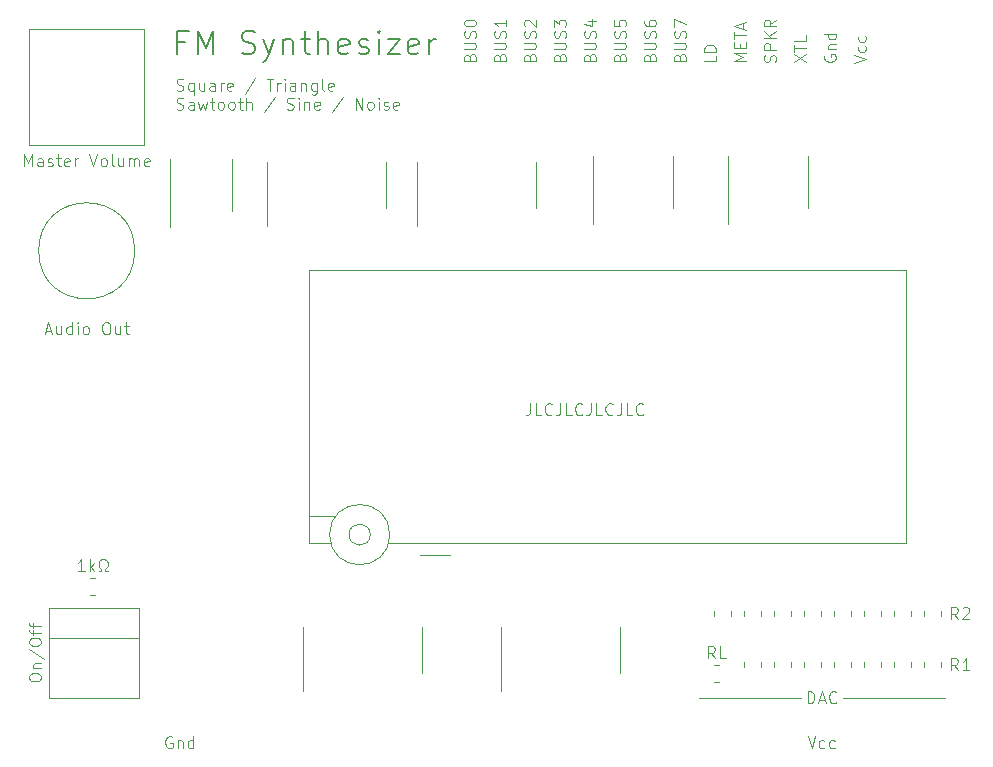
<source format=gbr>
%TF.GenerationSoftware,KiCad,Pcbnew,(5.1.10-1-10_14)*%
%TF.CreationDate,2021-11-12T08:41:43-05:00*%
%TF.ProjectId,audio,61756469-6f2e-46b6-9963-61645f706362,rev?*%
%TF.SameCoordinates,Original*%
%TF.FileFunction,Legend,Top*%
%TF.FilePolarity,Positive*%
%FSLAX46Y46*%
G04 Gerber Fmt 4.6, Leading zero omitted, Abs format (unit mm)*
G04 Created by KiCad (PCBNEW (5.1.10-1-10_14)) date 2021-11-12 08:41:43*
%MOMM*%
%LPD*%
G01*
G04 APERTURE LIST*
%ADD10C,0.100000*%
%ADD11C,0.120000*%
%ADD12C,0.150000*%
G04 APERTURE END LIST*
D10*
X181054952Y-66508380D02*
X181054952Y-67222666D01*
X181007333Y-67365523D01*
X180912095Y-67460761D01*
X180769238Y-67508380D01*
X180674000Y-67508380D01*
X182007333Y-67508380D02*
X181531142Y-67508380D01*
X181531142Y-66508380D01*
X182912095Y-67413142D02*
X182864476Y-67460761D01*
X182721619Y-67508380D01*
X182626380Y-67508380D01*
X182483523Y-67460761D01*
X182388285Y-67365523D01*
X182340666Y-67270285D01*
X182293047Y-67079809D01*
X182293047Y-66936952D01*
X182340666Y-66746476D01*
X182388285Y-66651238D01*
X182483523Y-66556000D01*
X182626380Y-66508380D01*
X182721619Y-66508380D01*
X182864476Y-66556000D01*
X182912095Y-66603619D01*
X183626380Y-66508380D02*
X183626380Y-67222666D01*
X183578761Y-67365523D01*
X183483523Y-67460761D01*
X183340666Y-67508380D01*
X183245428Y-67508380D01*
X184578761Y-67508380D02*
X184102571Y-67508380D01*
X184102571Y-66508380D01*
X185483523Y-67413142D02*
X185435904Y-67460761D01*
X185293047Y-67508380D01*
X185197809Y-67508380D01*
X185054952Y-67460761D01*
X184959714Y-67365523D01*
X184912095Y-67270285D01*
X184864476Y-67079809D01*
X184864476Y-66936952D01*
X184912095Y-66746476D01*
X184959714Y-66651238D01*
X185054952Y-66556000D01*
X185197809Y-66508380D01*
X185293047Y-66508380D01*
X185435904Y-66556000D01*
X185483523Y-66603619D01*
X186197809Y-66508380D02*
X186197809Y-67222666D01*
X186150190Y-67365523D01*
X186054952Y-67460761D01*
X185912095Y-67508380D01*
X185816857Y-67508380D01*
X187150190Y-67508380D02*
X186674000Y-67508380D01*
X186674000Y-66508380D01*
X188054952Y-67413142D02*
X188007333Y-67460761D01*
X187864476Y-67508380D01*
X187769238Y-67508380D01*
X187626380Y-67460761D01*
X187531142Y-67365523D01*
X187483523Y-67270285D01*
X187435904Y-67079809D01*
X187435904Y-66936952D01*
X187483523Y-66746476D01*
X187531142Y-66651238D01*
X187626380Y-66556000D01*
X187769238Y-66508380D01*
X187864476Y-66508380D01*
X188007333Y-66556000D01*
X188054952Y-66603619D01*
X188769238Y-66508380D02*
X188769238Y-67222666D01*
X188721619Y-67365523D01*
X188626380Y-67460761D01*
X188483523Y-67508380D01*
X188388285Y-67508380D01*
X189721619Y-67508380D02*
X189245428Y-67508380D01*
X189245428Y-66508380D01*
X190626380Y-67413142D02*
X190578761Y-67460761D01*
X190435904Y-67508380D01*
X190340666Y-67508380D01*
X190197809Y-67460761D01*
X190102571Y-67365523D01*
X190054952Y-67270285D01*
X190007333Y-67079809D01*
X190007333Y-66936952D01*
X190054952Y-66746476D01*
X190102571Y-66651238D01*
X190197809Y-66556000D01*
X190340666Y-66508380D01*
X190435904Y-66508380D01*
X190578761Y-66556000D01*
X190626380Y-66603619D01*
X204549523Y-94702380D02*
X204882857Y-95702380D01*
X205216190Y-94702380D01*
X205978095Y-95654761D02*
X205882857Y-95702380D01*
X205692380Y-95702380D01*
X205597142Y-95654761D01*
X205549523Y-95607142D01*
X205501904Y-95511904D01*
X205501904Y-95226190D01*
X205549523Y-95130952D01*
X205597142Y-95083333D01*
X205692380Y-95035714D01*
X205882857Y-95035714D01*
X205978095Y-95083333D01*
X206835238Y-95654761D02*
X206740000Y-95702380D01*
X206549523Y-95702380D01*
X206454285Y-95654761D01*
X206406666Y-95607142D01*
X206359047Y-95511904D01*
X206359047Y-95226190D01*
X206406666Y-95130952D01*
X206454285Y-95083333D01*
X206549523Y-95035714D01*
X206740000Y-95035714D01*
X206835238Y-95083333D01*
X150741142Y-94750000D02*
X150645904Y-94702380D01*
X150503047Y-94702380D01*
X150360190Y-94750000D01*
X150264952Y-94845238D01*
X150217333Y-94940476D01*
X150169714Y-95130952D01*
X150169714Y-95273809D01*
X150217333Y-95464285D01*
X150264952Y-95559523D01*
X150360190Y-95654761D01*
X150503047Y-95702380D01*
X150598285Y-95702380D01*
X150741142Y-95654761D01*
X150788761Y-95607142D01*
X150788761Y-95273809D01*
X150598285Y-95273809D01*
X151217333Y-95035714D02*
X151217333Y-95702380D01*
X151217333Y-95130952D02*
X151264952Y-95083333D01*
X151360190Y-95035714D01*
X151503047Y-95035714D01*
X151598285Y-95083333D01*
X151645904Y-95178571D01*
X151645904Y-95702380D01*
X152550666Y-95702380D02*
X152550666Y-94702380D01*
X152550666Y-95654761D02*
X152455428Y-95702380D01*
X152264952Y-95702380D01*
X152169714Y-95654761D01*
X152122095Y-95607142D01*
X152074476Y-95511904D01*
X152074476Y-95226190D01*
X152122095Y-95130952D01*
X152169714Y-95083333D01*
X152264952Y-95035714D01*
X152455428Y-95035714D01*
X152550666Y-95083333D01*
D11*
X216154000Y-91440000D02*
X207518000Y-91440000D01*
X203962000Y-91440000D02*
X195326000Y-91440000D01*
D10*
X196708523Y-88082380D02*
X196375190Y-87606190D01*
X196137095Y-88082380D02*
X196137095Y-87082380D01*
X196518047Y-87082380D01*
X196613285Y-87130000D01*
X196660904Y-87177619D01*
X196708523Y-87272857D01*
X196708523Y-87415714D01*
X196660904Y-87510952D01*
X196613285Y-87558571D01*
X196518047Y-87606190D01*
X196137095Y-87606190D01*
X197613285Y-88082380D02*
X197137095Y-88082380D01*
X197137095Y-87082380D01*
X143327523Y-80716380D02*
X142756095Y-80716380D01*
X143041809Y-80716380D02*
X143041809Y-79716380D01*
X142946571Y-79859238D01*
X142851333Y-79954476D01*
X142756095Y-80002095D01*
X143756095Y-80716380D02*
X143756095Y-79716380D01*
X143851333Y-80335428D02*
X144137047Y-80716380D01*
X144137047Y-80049714D02*
X143756095Y-80430666D01*
X144518000Y-80716380D02*
X144756095Y-80716380D01*
X144756095Y-80525904D01*
X144660857Y-80478285D01*
X144565619Y-80383047D01*
X144518000Y-80240190D01*
X144518000Y-80002095D01*
X144565619Y-79859238D01*
X144660857Y-79764000D01*
X144803714Y-79716380D01*
X144994190Y-79716380D01*
X145137047Y-79764000D01*
X145232285Y-79859238D01*
X145279904Y-80002095D01*
X145279904Y-80240190D01*
X145232285Y-80383047D01*
X145137047Y-80478285D01*
X145041809Y-80525904D01*
X145041809Y-80716380D01*
X145279904Y-80716380D01*
X151131476Y-39990761D02*
X151274333Y-40038380D01*
X151512428Y-40038380D01*
X151607666Y-39990761D01*
X151655285Y-39943142D01*
X151702904Y-39847904D01*
X151702904Y-39752666D01*
X151655285Y-39657428D01*
X151607666Y-39609809D01*
X151512428Y-39562190D01*
X151321952Y-39514571D01*
X151226714Y-39466952D01*
X151179095Y-39419333D01*
X151131476Y-39324095D01*
X151131476Y-39228857D01*
X151179095Y-39133619D01*
X151226714Y-39086000D01*
X151321952Y-39038380D01*
X151560047Y-39038380D01*
X151702904Y-39086000D01*
X152560047Y-39371714D02*
X152560047Y-40371714D01*
X152560047Y-39990761D02*
X152464809Y-40038380D01*
X152274333Y-40038380D01*
X152179095Y-39990761D01*
X152131476Y-39943142D01*
X152083857Y-39847904D01*
X152083857Y-39562190D01*
X152131476Y-39466952D01*
X152179095Y-39419333D01*
X152274333Y-39371714D01*
X152464809Y-39371714D01*
X152560047Y-39419333D01*
X153464809Y-39371714D02*
X153464809Y-40038380D01*
X153036238Y-39371714D02*
X153036238Y-39895523D01*
X153083857Y-39990761D01*
X153179095Y-40038380D01*
X153321952Y-40038380D01*
X153417190Y-39990761D01*
X153464809Y-39943142D01*
X154369571Y-40038380D02*
X154369571Y-39514571D01*
X154321952Y-39419333D01*
X154226714Y-39371714D01*
X154036238Y-39371714D01*
X153941000Y-39419333D01*
X154369571Y-39990761D02*
X154274333Y-40038380D01*
X154036238Y-40038380D01*
X153941000Y-39990761D01*
X153893380Y-39895523D01*
X153893380Y-39800285D01*
X153941000Y-39705047D01*
X154036238Y-39657428D01*
X154274333Y-39657428D01*
X154369571Y-39609809D01*
X154845761Y-40038380D02*
X154845761Y-39371714D01*
X154845761Y-39562190D02*
X154893380Y-39466952D01*
X154941000Y-39419333D01*
X155036238Y-39371714D01*
X155131476Y-39371714D01*
X155845761Y-39990761D02*
X155750523Y-40038380D01*
X155560047Y-40038380D01*
X155464809Y-39990761D01*
X155417190Y-39895523D01*
X155417190Y-39514571D01*
X155464809Y-39419333D01*
X155560047Y-39371714D01*
X155750523Y-39371714D01*
X155845761Y-39419333D01*
X155893380Y-39514571D01*
X155893380Y-39609809D01*
X155417190Y-39705047D01*
X157798142Y-38990761D02*
X156941000Y-40276476D01*
X158750523Y-39038380D02*
X159321952Y-39038380D01*
X159036238Y-40038380D02*
X159036238Y-39038380D01*
X159655285Y-40038380D02*
X159655285Y-39371714D01*
X159655285Y-39562190D02*
X159702904Y-39466952D01*
X159750523Y-39419333D01*
X159845761Y-39371714D01*
X159941000Y-39371714D01*
X160274333Y-40038380D02*
X160274333Y-39371714D01*
X160274333Y-39038380D02*
X160226714Y-39086000D01*
X160274333Y-39133619D01*
X160321952Y-39086000D01*
X160274333Y-39038380D01*
X160274333Y-39133619D01*
X161179095Y-40038380D02*
X161179095Y-39514571D01*
X161131476Y-39419333D01*
X161036238Y-39371714D01*
X160845761Y-39371714D01*
X160750523Y-39419333D01*
X161179095Y-39990761D02*
X161083857Y-40038380D01*
X160845761Y-40038380D01*
X160750523Y-39990761D01*
X160702904Y-39895523D01*
X160702904Y-39800285D01*
X160750523Y-39705047D01*
X160845761Y-39657428D01*
X161083857Y-39657428D01*
X161179095Y-39609809D01*
X161655285Y-39371714D02*
X161655285Y-40038380D01*
X161655285Y-39466952D02*
X161702904Y-39419333D01*
X161798142Y-39371714D01*
X161941000Y-39371714D01*
X162036238Y-39419333D01*
X162083857Y-39514571D01*
X162083857Y-40038380D01*
X162988619Y-39371714D02*
X162988619Y-40181238D01*
X162941000Y-40276476D01*
X162893380Y-40324095D01*
X162798142Y-40371714D01*
X162655285Y-40371714D01*
X162560047Y-40324095D01*
X162988619Y-39990761D02*
X162893380Y-40038380D01*
X162702904Y-40038380D01*
X162607666Y-39990761D01*
X162560047Y-39943142D01*
X162512428Y-39847904D01*
X162512428Y-39562190D01*
X162560047Y-39466952D01*
X162607666Y-39419333D01*
X162702904Y-39371714D01*
X162893380Y-39371714D01*
X162988619Y-39419333D01*
X163607666Y-40038380D02*
X163512428Y-39990761D01*
X163464809Y-39895523D01*
X163464809Y-39038380D01*
X164369571Y-39990761D02*
X164274333Y-40038380D01*
X164083857Y-40038380D01*
X163988619Y-39990761D01*
X163941000Y-39895523D01*
X163941000Y-39514571D01*
X163988619Y-39419333D01*
X164083857Y-39371714D01*
X164274333Y-39371714D01*
X164369571Y-39419333D01*
X164417190Y-39514571D01*
X164417190Y-39609809D01*
X163941000Y-39705047D01*
X151131476Y-41590761D02*
X151274333Y-41638380D01*
X151512428Y-41638380D01*
X151607666Y-41590761D01*
X151655285Y-41543142D01*
X151702904Y-41447904D01*
X151702904Y-41352666D01*
X151655285Y-41257428D01*
X151607666Y-41209809D01*
X151512428Y-41162190D01*
X151321952Y-41114571D01*
X151226714Y-41066952D01*
X151179095Y-41019333D01*
X151131476Y-40924095D01*
X151131476Y-40828857D01*
X151179095Y-40733619D01*
X151226714Y-40686000D01*
X151321952Y-40638380D01*
X151560047Y-40638380D01*
X151702904Y-40686000D01*
X152560047Y-41638380D02*
X152560047Y-41114571D01*
X152512428Y-41019333D01*
X152417190Y-40971714D01*
X152226714Y-40971714D01*
X152131476Y-41019333D01*
X152560047Y-41590761D02*
X152464809Y-41638380D01*
X152226714Y-41638380D01*
X152131476Y-41590761D01*
X152083857Y-41495523D01*
X152083857Y-41400285D01*
X152131476Y-41305047D01*
X152226714Y-41257428D01*
X152464809Y-41257428D01*
X152560047Y-41209809D01*
X152941000Y-40971714D02*
X153131476Y-41638380D01*
X153321952Y-41162190D01*
X153512428Y-41638380D01*
X153702904Y-40971714D01*
X153941000Y-40971714D02*
X154321952Y-40971714D01*
X154083857Y-40638380D02*
X154083857Y-41495523D01*
X154131476Y-41590761D01*
X154226714Y-41638380D01*
X154321952Y-41638380D01*
X154798142Y-41638380D02*
X154702904Y-41590761D01*
X154655285Y-41543142D01*
X154607666Y-41447904D01*
X154607666Y-41162190D01*
X154655285Y-41066952D01*
X154702904Y-41019333D01*
X154798142Y-40971714D01*
X154941000Y-40971714D01*
X155036238Y-41019333D01*
X155083857Y-41066952D01*
X155131476Y-41162190D01*
X155131476Y-41447904D01*
X155083857Y-41543142D01*
X155036238Y-41590761D01*
X154941000Y-41638380D01*
X154798142Y-41638380D01*
X155702904Y-41638380D02*
X155607666Y-41590761D01*
X155560047Y-41543142D01*
X155512428Y-41447904D01*
X155512428Y-41162190D01*
X155560047Y-41066952D01*
X155607666Y-41019333D01*
X155702904Y-40971714D01*
X155845761Y-40971714D01*
X155941000Y-41019333D01*
X155988619Y-41066952D01*
X156036238Y-41162190D01*
X156036238Y-41447904D01*
X155988619Y-41543142D01*
X155941000Y-41590761D01*
X155845761Y-41638380D01*
X155702904Y-41638380D01*
X156321952Y-40971714D02*
X156702904Y-40971714D01*
X156464809Y-40638380D02*
X156464809Y-41495523D01*
X156512428Y-41590761D01*
X156607666Y-41638380D01*
X156702904Y-41638380D01*
X157036238Y-41638380D02*
X157036238Y-40638380D01*
X157464809Y-41638380D02*
X157464809Y-41114571D01*
X157417190Y-41019333D01*
X157321952Y-40971714D01*
X157179095Y-40971714D01*
X157083857Y-41019333D01*
X157036238Y-41066952D01*
X159417190Y-40590761D02*
X158560047Y-41876476D01*
X160464809Y-41590761D02*
X160607666Y-41638380D01*
X160845761Y-41638380D01*
X160941000Y-41590761D01*
X160988619Y-41543142D01*
X161036238Y-41447904D01*
X161036238Y-41352666D01*
X160988619Y-41257428D01*
X160941000Y-41209809D01*
X160845761Y-41162190D01*
X160655285Y-41114571D01*
X160560047Y-41066952D01*
X160512428Y-41019333D01*
X160464809Y-40924095D01*
X160464809Y-40828857D01*
X160512428Y-40733619D01*
X160560047Y-40686000D01*
X160655285Y-40638380D01*
X160893380Y-40638380D01*
X161036238Y-40686000D01*
X161464809Y-41638380D02*
X161464809Y-40971714D01*
X161464809Y-40638380D02*
X161417190Y-40686000D01*
X161464809Y-40733619D01*
X161512428Y-40686000D01*
X161464809Y-40638380D01*
X161464809Y-40733619D01*
X161941000Y-40971714D02*
X161941000Y-41638380D01*
X161941000Y-41066952D02*
X161988619Y-41019333D01*
X162083857Y-40971714D01*
X162226714Y-40971714D01*
X162321952Y-41019333D01*
X162369571Y-41114571D01*
X162369571Y-41638380D01*
X163226714Y-41590761D02*
X163131476Y-41638380D01*
X162941000Y-41638380D01*
X162845761Y-41590761D01*
X162798142Y-41495523D01*
X162798142Y-41114571D01*
X162845761Y-41019333D01*
X162941000Y-40971714D01*
X163131476Y-40971714D01*
X163226714Y-41019333D01*
X163274333Y-41114571D01*
X163274333Y-41209809D01*
X162798142Y-41305047D01*
X165179095Y-40590761D02*
X164321952Y-41876476D01*
X166274333Y-41638380D02*
X166274333Y-40638380D01*
X166845761Y-41638380D01*
X166845761Y-40638380D01*
X167464809Y-41638380D02*
X167369571Y-41590761D01*
X167321952Y-41543142D01*
X167274333Y-41447904D01*
X167274333Y-41162190D01*
X167321952Y-41066952D01*
X167369571Y-41019333D01*
X167464809Y-40971714D01*
X167607666Y-40971714D01*
X167702904Y-41019333D01*
X167750523Y-41066952D01*
X167798142Y-41162190D01*
X167798142Y-41447904D01*
X167750523Y-41543142D01*
X167702904Y-41590761D01*
X167607666Y-41638380D01*
X167464809Y-41638380D01*
X168226714Y-41638380D02*
X168226714Y-40971714D01*
X168226714Y-40638380D02*
X168179095Y-40686000D01*
X168226714Y-40733619D01*
X168274333Y-40686000D01*
X168226714Y-40638380D01*
X168226714Y-40733619D01*
X168655285Y-41590761D02*
X168750523Y-41638380D01*
X168941000Y-41638380D01*
X169036238Y-41590761D01*
X169083857Y-41495523D01*
X169083857Y-41447904D01*
X169036238Y-41352666D01*
X168941000Y-41305047D01*
X168798142Y-41305047D01*
X168702904Y-41257428D01*
X168655285Y-41162190D01*
X168655285Y-41114571D01*
X168702904Y-41019333D01*
X168798142Y-40971714D01*
X168941000Y-40971714D01*
X169036238Y-41019333D01*
X169893380Y-41590761D02*
X169798142Y-41638380D01*
X169607666Y-41638380D01*
X169512428Y-41590761D01*
X169464809Y-41495523D01*
X169464809Y-41114571D01*
X169512428Y-41019333D01*
X169607666Y-40971714D01*
X169798142Y-40971714D01*
X169893380Y-41019333D01*
X169941000Y-41114571D01*
X169941000Y-41209809D01*
X169464809Y-41305047D01*
X208494380Y-37685761D02*
X209494380Y-37352428D01*
X208494380Y-37019095D01*
X209446761Y-36257190D02*
X209494380Y-36352428D01*
X209494380Y-36542904D01*
X209446761Y-36638142D01*
X209399142Y-36685761D01*
X209303904Y-36733380D01*
X209018190Y-36733380D01*
X208922952Y-36685761D01*
X208875333Y-36638142D01*
X208827714Y-36542904D01*
X208827714Y-36352428D01*
X208875333Y-36257190D01*
X209446761Y-35400047D02*
X209494380Y-35495285D01*
X209494380Y-35685761D01*
X209446761Y-35781000D01*
X209399142Y-35828619D01*
X209303904Y-35876238D01*
X209018190Y-35876238D01*
X208922952Y-35828619D01*
X208875333Y-35781000D01*
X208827714Y-35685761D01*
X208827714Y-35495285D01*
X208875333Y-35400047D01*
X206002000Y-37019095D02*
X205954380Y-37114333D01*
X205954380Y-37257190D01*
X206002000Y-37400047D01*
X206097238Y-37495285D01*
X206192476Y-37542904D01*
X206382952Y-37590523D01*
X206525809Y-37590523D01*
X206716285Y-37542904D01*
X206811523Y-37495285D01*
X206906761Y-37400047D01*
X206954380Y-37257190D01*
X206954380Y-37161952D01*
X206906761Y-37019095D01*
X206859142Y-36971476D01*
X206525809Y-36971476D01*
X206525809Y-37161952D01*
X206287714Y-36542904D02*
X206954380Y-36542904D01*
X206382952Y-36542904D02*
X206335333Y-36495285D01*
X206287714Y-36400047D01*
X206287714Y-36257190D01*
X206335333Y-36161952D01*
X206430571Y-36114333D01*
X206954380Y-36114333D01*
X206954380Y-35209571D02*
X205954380Y-35209571D01*
X206906761Y-35209571D02*
X206954380Y-35304809D01*
X206954380Y-35495285D01*
X206906761Y-35590523D01*
X206859142Y-35638142D01*
X206763904Y-35685761D01*
X206478190Y-35685761D01*
X206382952Y-35638142D01*
X206335333Y-35590523D01*
X206287714Y-35495285D01*
X206287714Y-35304809D01*
X206335333Y-35209571D01*
X203414380Y-37638142D02*
X204414380Y-36971476D01*
X203414380Y-36971476D02*
X204414380Y-37638142D01*
X203414380Y-36733380D02*
X203414380Y-36161952D01*
X204414380Y-36447666D02*
X203414380Y-36447666D01*
X204414380Y-35352428D02*
X204414380Y-35828619D01*
X203414380Y-35828619D01*
X201826761Y-37590523D02*
X201874380Y-37447666D01*
X201874380Y-37209571D01*
X201826761Y-37114333D01*
X201779142Y-37066714D01*
X201683904Y-37019095D01*
X201588666Y-37019095D01*
X201493428Y-37066714D01*
X201445809Y-37114333D01*
X201398190Y-37209571D01*
X201350571Y-37400047D01*
X201302952Y-37495285D01*
X201255333Y-37542904D01*
X201160095Y-37590523D01*
X201064857Y-37590523D01*
X200969619Y-37542904D01*
X200922000Y-37495285D01*
X200874380Y-37400047D01*
X200874380Y-37161952D01*
X200922000Y-37019095D01*
X201874380Y-36590523D02*
X200874380Y-36590523D01*
X200874380Y-36209571D01*
X200922000Y-36114333D01*
X200969619Y-36066714D01*
X201064857Y-36019095D01*
X201207714Y-36019095D01*
X201302952Y-36066714D01*
X201350571Y-36114333D01*
X201398190Y-36209571D01*
X201398190Y-36590523D01*
X201874380Y-35590523D02*
X200874380Y-35590523D01*
X201874380Y-35019095D02*
X201302952Y-35447666D01*
X200874380Y-35019095D02*
X201445809Y-35590523D01*
X201874380Y-34019095D02*
X201398190Y-34352428D01*
X201874380Y-34590523D02*
X200874380Y-34590523D01*
X200874380Y-34209571D01*
X200922000Y-34114333D01*
X200969619Y-34066714D01*
X201064857Y-34019095D01*
X201207714Y-34019095D01*
X201302952Y-34066714D01*
X201350571Y-34114333D01*
X201398190Y-34209571D01*
X201398190Y-34590523D01*
X199334380Y-37542904D02*
X198334380Y-37542904D01*
X199048666Y-37209571D01*
X198334380Y-36876238D01*
X199334380Y-36876238D01*
X198810571Y-36400047D02*
X198810571Y-36066714D01*
X199334380Y-35923857D02*
X199334380Y-36400047D01*
X198334380Y-36400047D01*
X198334380Y-35923857D01*
X198334380Y-35638142D02*
X198334380Y-35066714D01*
X199334380Y-35352428D02*
X198334380Y-35352428D01*
X199048666Y-34781000D02*
X199048666Y-34304809D01*
X199334380Y-34876238D02*
X198334380Y-34542904D01*
X199334380Y-34209571D01*
X196794380Y-37066714D02*
X196794380Y-37542904D01*
X195794380Y-37542904D01*
X196794380Y-36733380D02*
X195794380Y-36733380D01*
X195794380Y-36495285D01*
X195842000Y-36352428D01*
X195937238Y-36257190D01*
X196032476Y-36209571D01*
X196222952Y-36161952D01*
X196365809Y-36161952D01*
X196556285Y-36209571D01*
X196651523Y-36257190D01*
X196746761Y-36352428D01*
X196794380Y-36495285D01*
X196794380Y-36733380D01*
X193730571Y-37209571D02*
X193778190Y-37066714D01*
X193825809Y-37019095D01*
X193921047Y-36971476D01*
X194063904Y-36971476D01*
X194159142Y-37019095D01*
X194206761Y-37066714D01*
X194254380Y-37161952D01*
X194254380Y-37542904D01*
X193254380Y-37542904D01*
X193254380Y-37209571D01*
X193302000Y-37114333D01*
X193349619Y-37066714D01*
X193444857Y-37019095D01*
X193540095Y-37019095D01*
X193635333Y-37066714D01*
X193682952Y-37114333D01*
X193730571Y-37209571D01*
X193730571Y-37542904D01*
X193254380Y-36542904D02*
X194063904Y-36542904D01*
X194159142Y-36495285D01*
X194206761Y-36447666D01*
X194254380Y-36352428D01*
X194254380Y-36161952D01*
X194206761Y-36066714D01*
X194159142Y-36019095D01*
X194063904Y-35971476D01*
X193254380Y-35971476D01*
X194206761Y-35542904D02*
X194254380Y-35400047D01*
X194254380Y-35161952D01*
X194206761Y-35066714D01*
X194159142Y-35019095D01*
X194063904Y-34971476D01*
X193968666Y-34971476D01*
X193873428Y-35019095D01*
X193825809Y-35066714D01*
X193778190Y-35161952D01*
X193730571Y-35352428D01*
X193682952Y-35447666D01*
X193635333Y-35495285D01*
X193540095Y-35542904D01*
X193444857Y-35542904D01*
X193349619Y-35495285D01*
X193302000Y-35447666D01*
X193254380Y-35352428D01*
X193254380Y-35114333D01*
X193302000Y-34971476D01*
X193254380Y-34638142D02*
X193254380Y-33971476D01*
X194254380Y-34400047D01*
X191190571Y-37209571D02*
X191238190Y-37066714D01*
X191285809Y-37019095D01*
X191381047Y-36971476D01*
X191523904Y-36971476D01*
X191619142Y-37019095D01*
X191666761Y-37066714D01*
X191714380Y-37161952D01*
X191714380Y-37542904D01*
X190714380Y-37542904D01*
X190714380Y-37209571D01*
X190762000Y-37114333D01*
X190809619Y-37066714D01*
X190904857Y-37019095D01*
X191000095Y-37019095D01*
X191095333Y-37066714D01*
X191142952Y-37114333D01*
X191190571Y-37209571D01*
X191190571Y-37542904D01*
X190714380Y-36542904D02*
X191523904Y-36542904D01*
X191619142Y-36495285D01*
X191666761Y-36447666D01*
X191714380Y-36352428D01*
X191714380Y-36161952D01*
X191666761Y-36066714D01*
X191619142Y-36019095D01*
X191523904Y-35971476D01*
X190714380Y-35971476D01*
X191666761Y-35542904D02*
X191714380Y-35400047D01*
X191714380Y-35161952D01*
X191666761Y-35066714D01*
X191619142Y-35019095D01*
X191523904Y-34971476D01*
X191428666Y-34971476D01*
X191333428Y-35019095D01*
X191285809Y-35066714D01*
X191238190Y-35161952D01*
X191190571Y-35352428D01*
X191142952Y-35447666D01*
X191095333Y-35495285D01*
X191000095Y-35542904D01*
X190904857Y-35542904D01*
X190809619Y-35495285D01*
X190762000Y-35447666D01*
X190714380Y-35352428D01*
X190714380Y-35114333D01*
X190762000Y-34971476D01*
X190714380Y-34114333D02*
X190714380Y-34304809D01*
X190762000Y-34400047D01*
X190809619Y-34447666D01*
X190952476Y-34542904D01*
X191142952Y-34590523D01*
X191523904Y-34590523D01*
X191619142Y-34542904D01*
X191666761Y-34495285D01*
X191714380Y-34400047D01*
X191714380Y-34209571D01*
X191666761Y-34114333D01*
X191619142Y-34066714D01*
X191523904Y-34019095D01*
X191285809Y-34019095D01*
X191190571Y-34066714D01*
X191142952Y-34114333D01*
X191095333Y-34209571D01*
X191095333Y-34400047D01*
X191142952Y-34495285D01*
X191190571Y-34542904D01*
X191285809Y-34590523D01*
X188650571Y-37209571D02*
X188698190Y-37066714D01*
X188745809Y-37019095D01*
X188841047Y-36971476D01*
X188983904Y-36971476D01*
X189079142Y-37019095D01*
X189126761Y-37066714D01*
X189174380Y-37161952D01*
X189174380Y-37542904D01*
X188174380Y-37542904D01*
X188174380Y-37209571D01*
X188222000Y-37114333D01*
X188269619Y-37066714D01*
X188364857Y-37019095D01*
X188460095Y-37019095D01*
X188555333Y-37066714D01*
X188602952Y-37114333D01*
X188650571Y-37209571D01*
X188650571Y-37542904D01*
X188174380Y-36542904D02*
X188983904Y-36542904D01*
X189079142Y-36495285D01*
X189126761Y-36447666D01*
X189174380Y-36352428D01*
X189174380Y-36161952D01*
X189126761Y-36066714D01*
X189079142Y-36019095D01*
X188983904Y-35971476D01*
X188174380Y-35971476D01*
X189126761Y-35542904D02*
X189174380Y-35400047D01*
X189174380Y-35161952D01*
X189126761Y-35066714D01*
X189079142Y-35019095D01*
X188983904Y-34971476D01*
X188888666Y-34971476D01*
X188793428Y-35019095D01*
X188745809Y-35066714D01*
X188698190Y-35161952D01*
X188650571Y-35352428D01*
X188602952Y-35447666D01*
X188555333Y-35495285D01*
X188460095Y-35542904D01*
X188364857Y-35542904D01*
X188269619Y-35495285D01*
X188222000Y-35447666D01*
X188174380Y-35352428D01*
X188174380Y-35114333D01*
X188222000Y-34971476D01*
X188174380Y-34066714D02*
X188174380Y-34542904D01*
X188650571Y-34590523D01*
X188602952Y-34542904D01*
X188555333Y-34447666D01*
X188555333Y-34209571D01*
X188602952Y-34114333D01*
X188650571Y-34066714D01*
X188745809Y-34019095D01*
X188983904Y-34019095D01*
X189079142Y-34066714D01*
X189126761Y-34114333D01*
X189174380Y-34209571D01*
X189174380Y-34447666D01*
X189126761Y-34542904D01*
X189079142Y-34590523D01*
X186110571Y-37209571D02*
X186158190Y-37066714D01*
X186205809Y-37019095D01*
X186301047Y-36971476D01*
X186443904Y-36971476D01*
X186539142Y-37019095D01*
X186586761Y-37066714D01*
X186634380Y-37161952D01*
X186634380Y-37542904D01*
X185634380Y-37542904D01*
X185634380Y-37209571D01*
X185682000Y-37114333D01*
X185729619Y-37066714D01*
X185824857Y-37019095D01*
X185920095Y-37019095D01*
X186015333Y-37066714D01*
X186062952Y-37114333D01*
X186110571Y-37209571D01*
X186110571Y-37542904D01*
X185634380Y-36542904D02*
X186443904Y-36542904D01*
X186539142Y-36495285D01*
X186586761Y-36447666D01*
X186634380Y-36352428D01*
X186634380Y-36161952D01*
X186586761Y-36066714D01*
X186539142Y-36019095D01*
X186443904Y-35971476D01*
X185634380Y-35971476D01*
X186586761Y-35542904D02*
X186634380Y-35400047D01*
X186634380Y-35161952D01*
X186586761Y-35066714D01*
X186539142Y-35019095D01*
X186443904Y-34971476D01*
X186348666Y-34971476D01*
X186253428Y-35019095D01*
X186205809Y-35066714D01*
X186158190Y-35161952D01*
X186110571Y-35352428D01*
X186062952Y-35447666D01*
X186015333Y-35495285D01*
X185920095Y-35542904D01*
X185824857Y-35542904D01*
X185729619Y-35495285D01*
X185682000Y-35447666D01*
X185634380Y-35352428D01*
X185634380Y-35114333D01*
X185682000Y-34971476D01*
X185967714Y-34114333D02*
X186634380Y-34114333D01*
X185586761Y-34352428D02*
X186301047Y-34590523D01*
X186301047Y-33971476D01*
X183570571Y-37209571D02*
X183618190Y-37066714D01*
X183665809Y-37019095D01*
X183761047Y-36971476D01*
X183903904Y-36971476D01*
X183999142Y-37019095D01*
X184046761Y-37066714D01*
X184094380Y-37161952D01*
X184094380Y-37542904D01*
X183094380Y-37542904D01*
X183094380Y-37209571D01*
X183142000Y-37114333D01*
X183189619Y-37066714D01*
X183284857Y-37019095D01*
X183380095Y-37019095D01*
X183475333Y-37066714D01*
X183522952Y-37114333D01*
X183570571Y-37209571D01*
X183570571Y-37542904D01*
X183094380Y-36542904D02*
X183903904Y-36542904D01*
X183999142Y-36495285D01*
X184046761Y-36447666D01*
X184094380Y-36352428D01*
X184094380Y-36161952D01*
X184046761Y-36066714D01*
X183999142Y-36019095D01*
X183903904Y-35971476D01*
X183094380Y-35971476D01*
X184046761Y-35542904D02*
X184094380Y-35400047D01*
X184094380Y-35161952D01*
X184046761Y-35066714D01*
X183999142Y-35019095D01*
X183903904Y-34971476D01*
X183808666Y-34971476D01*
X183713428Y-35019095D01*
X183665809Y-35066714D01*
X183618190Y-35161952D01*
X183570571Y-35352428D01*
X183522952Y-35447666D01*
X183475333Y-35495285D01*
X183380095Y-35542904D01*
X183284857Y-35542904D01*
X183189619Y-35495285D01*
X183142000Y-35447666D01*
X183094380Y-35352428D01*
X183094380Y-35114333D01*
X183142000Y-34971476D01*
X183094380Y-34638142D02*
X183094380Y-34019095D01*
X183475333Y-34352428D01*
X183475333Y-34209571D01*
X183522952Y-34114333D01*
X183570571Y-34066714D01*
X183665809Y-34019095D01*
X183903904Y-34019095D01*
X183999142Y-34066714D01*
X184046761Y-34114333D01*
X184094380Y-34209571D01*
X184094380Y-34495285D01*
X184046761Y-34590523D01*
X183999142Y-34638142D01*
X181030571Y-37209571D02*
X181078190Y-37066714D01*
X181125809Y-37019095D01*
X181221047Y-36971476D01*
X181363904Y-36971476D01*
X181459142Y-37019095D01*
X181506761Y-37066714D01*
X181554380Y-37161952D01*
X181554380Y-37542904D01*
X180554380Y-37542904D01*
X180554380Y-37209571D01*
X180602000Y-37114333D01*
X180649619Y-37066714D01*
X180744857Y-37019095D01*
X180840095Y-37019095D01*
X180935333Y-37066714D01*
X180982952Y-37114333D01*
X181030571Y-37209571D01*
X181030571Y-37542904D01*
X180554380Y-36542904D02*
X181363904Y-36542904D01*
X181459142Y-36495285D01*
X181506761Y-36447666D01*
X181554380Y-36352428D01*
X181554380Y-36161952D01*
X181506761Y-36066714D01*
X181459142Y-36019095D01*
X181363904Y-35971476D01*
X180554380Y-35971476D01*
X181506761Y-35542904D02*
X181554380Y-35400047D01*
X181554380Y-35161952D01*
X181506761Y-35066714D01*
X181459142Y-35019095D01*
X181363904Y-34971476D01*
X181268666Y-34971476D01*
X181173428Y-35019095D01*
X181125809Y-35066714D01*
X181078190Y-35161952D01*
X181030571Y-35352428D01*
X180982952Y-35447666D01*
X180935333Y-35495285D01*
X180840095Y-35542904D01*
X180744857Y-35542904D01*
X180649619Y-35495285D01*
X180602000Y-35447666D01*
X180554380Y-35352428D01*
X180554380Y-35114333D01*
X180602000Y-34971476D01*
X180649619Y-34590523D02*
X180602000Y-34542904D01*
X180554380Y-34447666D01*
X180554380Y-34209571D01*
X180602000Y-34114333D01*
X180649619Y-34066714D01*
X180744857Y-34019095D01*
X180840095Y-34019095D01*
X180982952Y-34066714D01*
X181554380Y-34638142D01*
X181554380Y-34019095D01*
X178490571Y-37209571D02*
X178538190Y-37066714D01*
X178585809Y-37019095D01*
X178681047Y-36971476D01*
X178823904Y-36971476D01*
X178919142Y-37019095D01*
X178966761Y-37066714D01*
X179014380Y-37161952D01*
X179014380Y-37542904D01*
X178014380Y-37542904D01*
X178014380Y-37209571D01*
X178062000Y-37114333D01*
X178109619Y-37066714D01*
X178204857Y-37019095D01*
X178300095Y-37019095D01*
X178395333Y-37066714D01*
X178442952Y-37114333D01*
X178490571Y-37209571D01*
X178490571Y-37542904D01*
X178014380Y-36542904D02*
X178823904Y-36542904D01*
X178919142Y-36495285D01*
X178966761Y-36447666D01*
X179014380Y-36352428D01*
X179014380Y-36161952D01*
X178966761Y-36066714D01*
X178919142Y-36019095D01*
X178823904Y-35971476D01*
X178014380Y-35971476D01*
X178966761Y-35542904D02*
X179014380Y-35400047D01*
X179014380Y-35161952D01*
X178966761Y-35066714D01*
X178919142Y-35019095D01*
X178823904Y-34971476D01*
X178728666Y-34971476D01*
X178633428Y-35019095D01*
X178585809Y-35066714D01*
X178538190Y-35161952D01*
X178490571Y-35352428D01*
X178442952Y-35447666D01*
X178395333Y-35495285D01*
X178300095Y-35542904D01*
X178204857Y-35542904D01*
X178109619Y-35495285D01*
X178062000Y-35447666D01*
X178014380Y-35352428D01*
X178014380Y-35114333D01*
X178062000Y-34971476D01*
X179014380Y-34019095D02*
X179014380Y-34590523D01*
X179014380Y-34304809D02*
X178014380Y-34304809D01*
X178157238Y-34400047D01*
X178252476Y-34495285D01*
X178300095Y-34590523D01*
X175950571Y-37209571D02*
X175998190Y-37066714D01*
X176045809Y-37019095D01*
X176141047Y-36971476D01*
X176283904Y-36971476D01*
X176379142Y-37019095D01*
X176426761Y-37066714D01*
X176474380Y-37161952D01*
X176474380Y-37542904D01*
X175474380Y-37542904D01*
X175474380Y-37209571D01*
X175522000Y-37114333D01*
X175569619Y-37066714D01*
X175664857Y-37019095D01*
X175760095Y-37019095D01*
X175855333Y-37066714D01*
X175902952Y-37114333D01*
X175950571Y-37209571D01*
X175950571Y-37542904D01*
X175474380Y-36542904D02*
X176283904Y-36542904D01*
X176379142Y-36495285D01*
X176426761Y-36447666D01*
X176474380Y-36352428D01*
X176474380Y-36161952D01*
X176426761Y-36066714D01*
X176379142Y-36019095D01*
X176283904Y-35971476D01*
X175474380Y-35971476D01*
X176426761Y-35542904D02*
X176474380Y-35400047D01*
X176474380Y-35161952D01*
X176426761Y-35066714D01*
X176379142Y-35019095D01*
X176283904Y-34971476D01*
X176188666Y-34971476D01*
X176093428Y-35019095D01*
X176045809Y-35066714D01*
X175998190Y-35161952D01*
X175950571Y-35352428D01*
X175902952Y-35447666D01*
X175855333Y-35495285D01*
X175760095Y-35542904D01*
X175664857Y-35542904D01*
X175569619Y-35495285D01*
X175522000Y-35447666D01*
X175474380Y-35352428D01*
X175474380Y-35114333D01*
X175522000Y-34971476D01*
X175474380Y-34352428D02*
X175474380Y-34257190D01*
X175522000Y-34161952D01*
X175569619Y-34114333D01*
X175664857Y-34066714D01*
X175855333Y-34019095D01*
X176093428Y-34019095D01*
X176283904Y-34066714D01*
X176379142Y-34114333D01*
X176426761Y-34161952D01*
X176474380Y-34257190D01*
X176474380Y-34352428D01*
X176426761Y-34447666D01*
X176379142Y-34495285D01*
X176283904Y-34542904D01*
X176093428Y-34590523D01*
X175855333Y-34590523D01*
X175664857Y-34542904D01*
X175569619Y-34495285D01*
X175522000Y-34447666D01*
X175474380Y-34352428D01*
X217282523Y-84780380D02*
X216949190Y-84304190D01*
X216711095Y-84780380D02*
X216711095Y-83780380D01*
X217092047Y-83780380D01*
X217187285Y-83828000D01*
X217234904Y-83875619D01*
X217282523Y-83970857D01*
X217282523Y-84113714D01*
X217234904Y-84208952D01*
X217187285Y-84256571D01*
X217092047Y-84304190D01*
X216711095Y-84304190D01*
X217663476Y-83875619D02*
X217711095Y-83828000D01*
X217806333Y-83780380D01*
X218044428Y-83780380D01*
X218139666Y-83828000D01*
X218187285Y-83875619D01*
X218234904Y-83970857D01*
X218234904Y-84066095D01*
X218187285Y-84208952D01*
X217615857Y-84780380D01*
X218234904Y-84780380D01*
X217282523Y-89098380D02*
X216949190Y-88622190D01*
X216711095Y-89098380D02*
X216711095Y-88098380D01*
X217092047Y-88098380D01*
X217187285Y-88146000D01*
X217234904Y-88193619D01*
X217282523Y-88288857D01*
X217282523Y-88431714D01*
X217234904Y-88526952D01*
X217187285Y-88574571D01*
X217092047Y-88622190D01*
X216711095Y-88622190D01*
X218234904Y-89098380D02*
X217663476Y-89098380D01*
X217949190Y-89098380D02*
X217949190Y-88098380D01*
X217853952Y-88241238D01*
X217758714Y-88336476D01*
X217663476Y-88384095D01*
X138644380Y-89796666D02*
X138644380Y-89606190D01*
X138692000Y-89510952D01*
X138787238Y-89415714D01*
X138977714Y-89368095D01*
X139311047Y-89368095D01*
X139501523Y-89415714D01*
X139596761Y-89510952D01*
X139644380Y-89606190D01*
X139644380Y-89796666D01*
X139596761Y-89891904D01*
X139501523Y-89987142D01*
X139311047Y-90034761D01*
X138977714Y-90034761D01*
X138787238Y-89987142D01*
X138692000Y-89891904D01*
X138644380Y-89796666D01*
X138977714Y-88939523D02*
X139644380Y-88939523D01*
X139072952Y-88939523D02*
X139025333Y-88891904D01*
X138977714Y-88796666D01*
X138977714Y-88653809D01*
X139025333Y-88558571D01*
X139120571Y-88510952D01*
X139644380Y-88510952D01*
X138596761Y-87320476D02*
X139882476Y-88177619D01*
X138644380Y-86796666D02*
X138644380Y-86606190D01*
X138692000Y-86510952D01*
X138787238Y-86415714D01*
X138977714Y-86368095D01*
X139311047Y-86368095D01*
X139501523Y-86415714D01*
X139596761Y-86510952D01*
X139644380Y-86606190D01*
X139644380Y-86796666D01*
X139596761Y-86891904D01*
X139501523Y-86987142D01*
X139311047Y-87034761D01*
X138977714Y-87034761D01*
X138787238Y-86987142D01*
X138692000Y-86891904D01*
X138644380Y-86796666D01*
X138977714Y-86082380D02*
X138977714Y-85701428D01*
X139644380Y-85939523D02*
X138787238Y-85939523D01*
X138692000Y-85891904D01*
X138644380Y-85796666D01*
X138644380Y-85701428D01*
X138977714Y-85510952D02*
X138977714Y-85130000D01*
X139644380Y-85368095D02*
X138787238Y-85368095D01*
X138692000Y-85320476D01*
X138644380Y-85225238D01*
X138644380Y-85130000D01*
X140033809Y-60364666D02*
X140510000Y-60364666D01*
X139938571Y-60650380D02*
X140271904Y-59650380D01*
X140605238Y-60650380D01*
X141367142Y-59983714D02*
X141367142Y-60650380D01*
X140938571Y-59983714D02*
X140938571Y-60507523D01*
X140986190Y-60602761D01*
X141081428Y-60650380D01*
X141224285Y-60650380D01*
X141319523Y-60602761D01*
X141367142Y-60555142D01*
X142271904Y-60650380D02*
X142271904Y-59650380D01*
X142271904Y-60602761D02*
X142176666Y-60650380D01*
X141986190Y-60650380D01*
X141890952Y-60602761D01*
X141843333Y-60555142D01*
X141795714Y-60459904D01*
X141795714Y-60174190D01*
X141843333Y-60078952D01*
X141890952Y-60031333D01*
X141986190Y-59983714D01*
X142176666Y-59983714D01*
X142271904Y-60031333D01*
X142748095Y-60650380D02*
X142748095Y-59983714D01*
X142748095Y-59650380D02*
X142700476Y-59698000D01*
X142748095Y-59745619D01*
X142795714Y-59698000D01*
X142748095Y-59650380D01*
X142748095Y-59745619D01*
X143367142Y-60650380D02*
X143271904Y-60602761D01*
X143224285Y-60555142D01*
X143176666Y-60459904D01*
X143176666Y-60174190D01*
X143224285Y-60078952D01*
X143271904Y-60031333D01*
X143367142Y-59983714D01*
X143510000Y-59983714D01*
X143605238Y-60031333D01*
X143652857Y-60078952D01*
X143700476Y-60174190D01*
X143700476Y-60459904D01*
X143652857Y-60555142D01*
X143605238Y-60602761D01*
X143510000Y-60650380D01*
X143367142Y-60650380D01*
X145081428Y-59650380D02*
X145271904Y-59650380D01*
X145367142Y-59698000D01*
X145462380Y-59793238D01*
X145510000Y-59983714D01*
X145510000Y-60317047D01*
X145462380Y-60507523D01*
X145367142Y-60602761D01*
X145271904Y-60650380D01*
X145081428Y-60650380D01*
X144986190Y-60602761D01*
X144890952Y-60507523D01*
X144843333Y-60317047D01*
X144843333Y-59983714D01*
X144890952Y-59793238D01*
X144986190Y-59698000D01*
X145081428Y-59650380D01*
X146367142Y-59983714D02*
X146367142Y-60650380D01*
X145938571Y-59983714D02*
X145938571Y-60507523D01*
X145986190Y-60602761D01*
X146081428Y-60650380D01*
X146224285Y-60650380D01*
X146319523Y-60602761D01*
X146367142Y-60555142D01*
X146700476Y-59983714D02*
X147081428Y-59983714D01*
X146843333Y-59650380D02*
X146843333Y-60507523D01*
X146890952Y-60602761D01*
X146986190Y-60650380D01*
X147081428Y-60650380D01*
X138224285Y-46426380D02*
X138224285Y-45426380D01*
X138557619Y-46140666D01*
X138890952Y-45426380D01*
X138890952Y-46426380D01*
X139795714Y-46426380D02*
X139795714Y-45902571D01*
X139748095Y-45807333D01*
X139652857Y-45759714D01*
X139462380Y-45759714D01*
X139367142Y-45807333D01*
X139795714Y-46378761D02*
X139700476Y-46426380D01*
X139462380Y-46426380D01*
X139367142Y-46378761D01*
X139319523Y-46283523D01*
X139319523Y-46188285D01*
X139367142Y-46093047D01*
X139462380Y-46045428D01*
X139700476Y-46045428D01*
X139795714Y-45997809D01*
X140224285Y-46378761D02*
X140319523Y-46426380D01*
X140510000Y-46426380D01*
X140605238Y-46378761D01*
X140652857Y-46283523D01*
X140652857Y-46235904D01*
X140605238Y-46140666D01*
X140510000Y-46093047D01*
X140367142Y-46093047D01*
X140271904Y-46045428D01*
X140224285Y-45950190D01*
X140224285Y-45902571D01*
X140271904Y-45807333D01*
X140367142Y-45759714D01*
X140510000Y-45759714D01*
X140605238Y-45807333D01*
X140938571Y-45759714D02*
X141319523Y-45759714D01*
X141081428Y-45426380D02*
X141081428Y-46283523D01*
X141129047Y-46378761D01*
X141224285Y-46426380D01*
X141319523Y-46426380D01*
X142033809Y-46378761D02*
X141938571Y-46426380D01*
X141748095Y-46426380D01*
X141652857Y-46378761D01*
X141605238Y-46283523D01*
X141605238Y-45902571D01*
X141652857Y-45807333D01*
X141748095Y-45759714D01*
X141938571Y-45759714D01*
X142033809Y-45807333D01*
X142081428Y-45902571D01*
X142081428Y-45997809D01*
X141605238Y-46093047D01*
X142510000Y-46426380D02*
X142510000Y-45759714D01*
X142510000Y-45950190D02*
X142557619Y-45854952D01*
X142605238Y-45807333D01*
X142700476Y-45759714D01*
X142795714Y-45759714D01*
X143748095Y-45426380D02*
X144081428Y-46426380D01*
X144414761Y-45426380D01*
X144890952Y-46426380D02*
X144795714Y-46378761D01*
X144748095Y-46331142D01*
X144700476Y-46235904D01*
X144700476Y-45950190D01*
X144748095Y-45854952D01*
X144795714Y-45807333D01*
X144890952Y-45759714D01*
X145033809Y-45759714D01*
X145129047Y-45807333D01*
X145176666Y-45854952D01*
X145224285Y-45950190D01*
X145224285Y-46235904D01*
X145176666Y-46331142D01*
X145129047Y-46378761D01*
X145033809Y-46426380D01*
X144890952Y-46426380D01*
X145795714Y-46426380D02*
X145700476Y-46378761D01*
X145652857Y-46283523D01*
X145652857Y-45426380D01*
X146605238Y-45759714D02*
X146605238Y-46426380D01*
X146176666Y-45759714D02*
X146176666Y-46283523D01*
X146224285Y-46378761D01*
X146319523Y-46426380D01*
X146462380Y-46426380D01*
X146557619Y-46378761D01*
X146605238Y-46331142D01*
X147081428Y-46426380D02*
X147081428Y-45759714D01*
X147081428Y-45854952D02*
X147129047Y-45807333D01*
X147224285Y-45759714D01*
X147367142Y-45759714D01*
X147462380Y-45807333D01*
X147510000Y-45902571D01*
X147510000Y-46426380D01*
X147510000Y-45902571D02*
X147557619Y-45807333D01*
X147652857Y-45759714D01*
X147795714Y-45759714D01*
X147890952Y-45807333D01*
X147938571Y-45902571D01*
X147938571Y-46426380D01*
X148795714Y-46378761D02*
X148700476Y-46426380D01*
X148510000Y-46426380D01*
X148414761Y-46378761D01*
X148367142Y-46283523D01*
X148367142Y-45902571D01*
X148414761Y-45807333D01*
X148510000Y-45759714D01*
X148700476Y-45759714D01*
X148795714Y-45807333D01*
X148843333Y-45902571D01*
X148843333Y-45997809D01*
X148367142Y-46093047D01*
X204549523Y-91892380D02*
X204549523Y-90892380D01*
X204787619Y-90892380D01*
X204930476Y-90940000D01*
X205025714Y-91035238D01*
X205073333Y-91130476D01*
X205120952Y-91320952D01*
X205120952Y-91463809D01*
X205073333Y-91654285D01*
X205025714Y-91749523D01*
X204930476Y-91844761D01*
X204787619Y-91892380D01*
X204549523Y-91892380D01*
X205501904Y-91606666D02*
X205978095Y-91606666D01*
X205406666Y-91892380D02*
X205740000Y-90892380D01*
X206073333Y-91892380D01*
X206978095Y-91797142D02*
X206930476Y-91844761D01*
X206787619Y-91892380D01*
X206692380Y-91892380D01*
X206549523Y-91844761D01*
X206454285Y-91749523D01*
X206406666Y-91654285D01*
X206359047Y-91463809D01*
X206359047Y-91320952D01*
X206406666Y-91130476D01*
X206454285Y-91035238D01*
X206549523Y-90940000D01*
X206692380Y-90892380D01*
X206787619Y-90892380D01*
X206930476Y-90940000D01*
X206978095Y-90987619D01*
D12*
X151862357Y-35925142D02*
X151195690Y-35925142D01*
X151195690Y-36972761D02*
X151195690Y-34972761D01*
X152148071Y-34972761D01*
X152909976Y-36972761D02*
X152909976Y-34972761D01*
X153576642Y-36401333D01*
X154243309Y-34972761D01*
X154243309Y-36972761D01*
X156624261Y-36877523D02*
X156909976Y-36972761D01*
X157386166Y-36972761D01*
X157576642Y-36877523D01*
X157671880Y-36782285D01*
X157767119Y-36591809D01*
X157767119Y-36401333D01*
X157671880Y-36210857D01*
X157576642Y-36115619D01*
X157386166Y-36020380D01*
X157005214Y-35925142D01*
X156814738Y-35829904D01*
X156719500Y-35734666D01*
X156624261Y-35544190D01*
X156624261Y-35353714D01*
X156719500Y-35163238D01*
X156814738Y-35068000D01*
X157005214Y-34972761D01*
X157481404Y-34972761D01*
X157767119Y-35068000D01*
X158433785Y-35639428D02*
X158909976Y-36972761D01*
X159386166Y-35639428D02*
X158909976Y-36972761D01*
X158719500Y-37448952D01*
X158624261Y-37544190D01*
X158433785Y-37639428D01*
X160148071Y-35639428D02*
X160148071Y-36972761D01*
X160148071Y-35829904D02*
X160243309Y-35734666D01*
X160433785Y-35639428D01*
X160719500Y-35639428D01*
X160909976Y-35734666D01*
X161005214Y-35925142D01*
X161005214Y-36972761D01*
X161671880Y-35639428D02*
X162433785Y-35639428D01*
X161957595Y-34972761D02*
X161957595Y-36687047D01*
X162052833Y-36877523D01*
X162243309Y-36972761D01*
X162433785Y-36972761D01*
X163100452Y-36972761D02*
X163100452Y-34972761D01*
X163957595Y-36972761D02*
X163957595Y-35925142D01*
X163862357Y-35734666D01*
X163671880Y-35639428D01*
X163386166Y-35639428D01*
X163195690Y-35734666D01*
X163100452Y-35829904D01*
X165671880Y-36877523D02*
X165481404Y-36972761D01*
X165100452Y-36972761D01*
X164909976Y-36877523D01*
X164814738Y-36687047D01*
X164814738Y-35925142D01*
X164909976Y-35734666D01*
X165100452Y-35639428D01*
X165481404Y-35639428D01*
X165671880Y-35734666D01*
X165767119Y-35925142D01*
X165767119Y-36115619D01*
X164814738Y-36306095D01*
X166529023Y-36877523D02*
X166719500Y-36972761D01*
X167100452Y-36972761D01*
X167290928Y-36877523D01*
X167386166Y-36687047D01*
X167386166Y-36591809D01*
X167290928Y-36401333D01*
X167100452Y-36306095D01*
X166814738Y-36306095D01*
X166624261Y-36210857D01*
X166529023Y-36020380D01*
X166529023Y-35925142D01*
X166624261Y-35734666D01*
X166814738Y-35639428D01*
X167100452Y-35639428D01*
X167290928Y-35734666D01*
X168243309Y-36972761D02*
X168243309Y-35639428D01*
X168243309Y-34972761D02*
X168148071Y-35068000D01*
X168243309Y-35163238D01*
X168338547Y-35068000D01*
X168243309Y-34972761D01*
X168243309Y-35163238D01*
X169005214Y-35639428D02*
X170052833Y-35639428D01*
X169005214Y-36972761D01*
X170052833Y-36972761D01*
X171576642Y-36877523D02*
X171386166Y-36972761D01*
X171005214Y-36972761D01*
X170814738Y-36877523D01*
X170719500Y-36687047D01*
X170719500Y-35925142D01*
X170814738Y-35734666D01*
X171005214Y-35639428D01*
X171386166Y-35639428D01*
X171576642Y-35734666D01*
X171671880Y-35925142D01*
X171671880Y-36115619D01*
X170719500Y-36306095D01*
X172529023Y-36972761D02*
X172529023Y-35639428D01*
X172529023Y-36020380D02*
X172624261Y-35829904D01*
X172719500Y-35734666D01*
X172909976Y-35639428D01*
X173100452Y-35639428D01*
D11*
%TO.C,U8*%
X169174000Y-77622000D02*
G75*
G03*
X169174000Y-77622000I-2550000J0D01*
G01*
X167524000Y-77622000D02*
G75*
G03*
X167524000Y-77622000I-900000J0D01*
G01*
X169074000Y-78352000D02*
X212914000Y-78352000D01*
X212914000Y-78352000D02*
X212914000Y-55252000D01*
X212914000Y-55252000D02*
X162314000Y-55252000D01*
X162314000Y-55252000D02*
X162314000Y-78352000D01*
X162314000Y-78352000D02*
X164174000Y-78352000D01*
X162314000Y-76072000D02*
X164574000Y-76072000D01*
X174244000Y-79372000D02*
X171704000Y-79372000D01*
%TO.C,U7*%
X181590000Y-48006000D02*
X181590000Y-46056000D01*
X181590000Y-48006000D02*
X181590000Y-49956000D01*
X171470000Y-48006000D02*
X171470000Y-46056000D01*
X171470000Y-48006000D02*
X171470000Y-51456000D01*
%TO.C,U6*%
X171938000Y-87376000D02*
X171938000Y-85426000D01*
X171938000Y-87376000D02*
X171938000Y-89326000D01*
X161818000Y-87376000D02*
X161818000Y-85426000D01*
X161818000Y-87376000D02*
X161818000Y-90826000D01*
%TO.C,U5*%
X155772000Y-48006000D02*
X155772000Y-45806000D01*
X155772000Y-48006000D02*
X155772000Y-50206000D01*
X150552000Y-48006000D02*
X150552000Y-45806000D01*
X150552000Y-48006000D02*
X150552000Y-51606000D01*
%TO.C,U4*%
X188702000Y-87376000D02*
X188702000Y-85426000D01*
X188702000Y-87376000D02*
X188702000Y-89326000D01*
X178582000Y-87376000D02*
X178582000Y-85426000D01*
X178582000Y-87376000D02*
X178582000Y-90826000D01*
%TO.C,U3*%
X168890000Y-48006000D02*
X168890000Y-46056000D01*
X168890000Y-48006000D02*
X168890000Y-49956000D01*
X158770000Y-48006000D02*
X158770000Y-46056000D01*
X158770000Y-48006000D02*
X158770000Y-51456000D01*
%TO.C,U2*%
X193123000Y-47752000D02*
X193123000Y-45552000D01*
X193123000Y-47752000D02*
X193123000Y-49952000D01*
X186353000Y-47752000D02*
X186353000Y-45552000D01*
X186353000Y-47752000D02*
X186353000Y-51352000D01*
%TO.C,U1*%
X204553000Y-47752000D02*
X204553000Y-45552000D01*
X204553000Y-47752000D02*
X204553000Y-49952000D01*
X197783000Y-47752000D02*
X197783000Y-45552000D01*
X197783000Y-47752000D02*
X197783000Y-51352000D01*
%TO.C,SW1*%
X140322000Y-86398000D02*
X147942000Y-86398000D01*
X140322000Y-83820000D02*
X140322000Y-91440000D01*
X147942000Y-91440000D02*
X140322000Y-91440000D01*
X147942000Y-91440000D02*
X147942000Y-83820000D01*
X140322000Y-83820000D02*
X147942000Y-83820000D01*
%TO.C,RV1*%
X148395000Y-44624000D02*
X138625000Y-44624000D01*
X148395000Y-34854000D02*
X138625000Y-34854000D01*
X138625000Y-34854000D02*
X138625000Y-44624000D01*
X148395000Y-34854000D02*
X148395000Y-44624000D01*
%TO.C,R17*%
X144245064Y-81307000D02*
X143790936Y-81307000D01*
X144245064Y-82777000D02*
X143790936Y-82777000D01*
%TO.C,R16*%
X196622936Y-90143000D02*
X197077064Y-90143000D01*
X196622936Y-88673000D02*
X197077064Y-88673000D01*
%TO.C,R15*%
X214403000Y-84100936D02*
X214403000Y-84555064D01*
X215873000Y-84100936D02*
X215873000Y-84555064D01*
%TO.C,R14*%
X215873000Y-88873064D02*
X215873000Y-88418936D01*
X214403000Y-88873064D02*
X214403000Y-88418936D01*
%TO.C,R13*%
X211863000Y-84100936D02*
X211863000Y-84555064D01*
X213333000Y-84100936D02*
X213333000Y-84555064D01*
%TO.C,R12*%
X213333000Y-88873064D02*
X213333000Y-88418936D01*
X211863000Y-88873064D02*
X211863000Y-88418936D01*
%TO.C,R11*%
X209323000Y-84100936D02*
X209323000Y-84555064D01*
X210793000Y-84100936D02*
X210793000Y-84555064D01*
%TO.C,R10*%
X210793000Y-88873064D02*
X210793000Y-88418936D01*
X209323000Y-88873064D02*
X209323000Y-88418936D01*
%TO.C,R9*%
X206783000Y-84100936D02*
X206783000Y-84555064D01*
X208253000Y-84100936D02*
X208253000Y-84555064D01*
%TO.C,R8*%
X208253000Y-88873064D02*
X208253000Y-88418936D01*
X206783000Y-88873064D02*
X206783000Y-88418936D01*
%TO.C,R7*%
X204243000Y-84100936D02*
X204243000Y-84555064D01*
X205713000Y-84100936D02*
X205713000Y-84555064D01*
%TO.C,R6*%
X205713000Y-88873064D02*
X205713000Y-88418936D01*
X204243000Y-88873064D02*
X204243000Y-88418936D01*
%TO.C,R5*%
X201703000Y-84100936D02*
X201703000Y-84555064D01*
X203173000Y-84100936D02*
X203173000Y-84555064D01*
%TO.C,R4*%
X203173000Y-88873064D02*
X203173000Y-88418936D01*
X201703000Y-88873064D02*
X201703000Y-88418936D01*
%TO.C,R3*%
X199163000Y-84100936D02*
X199163000Y-84555064D01*
X200633000Y-84100936D02*
X200633000Y-84555064D01*
%TO.C,R2*%
X200633000Y-88873064D02*
X200633000Y-88418936D01*
X199163000Y-88873064D02*
X199163000Y-88418936D01*
%TO.C,R1*%
X196623000Y-84100936D02*
X196623000Y-84555064D01*
X198093000Y-84100936D02*
X198093000Y-84555064D01*
%TO.C,LS1*%
X147575984Y-53594000D02*
G75*
G03*
X147575984Y-53594000I-4065984J0D01*
G01*
%TD*%
M02*

</source>
